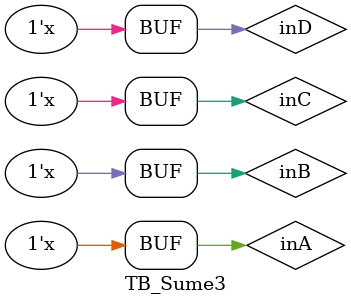
<source format=v>
`timescale 1ns / 1ps


module TB_Sume3(

    );
    
    // inputs
    reg inA, inB, inC, inD;
    
    // outputs
    wire [3:0] out;
    
    // instantiate
    Comp_Sume3 UUT (
        .inA(inA),
        .inB(inB),
        .inC(inC),
        .inD(inD),
        .out(out)
    );
    
    // stimulus
    initial begin
        inA = 0;
        inB = 0;
        inC = 0;
        inD = 0;
    end
    
    always #20 inD = ~inD;
    always #40 inC = ~inC;
    always #80 inB = ~inB;
    always #160 inA = ~inA;
    
endmodule

</source>
